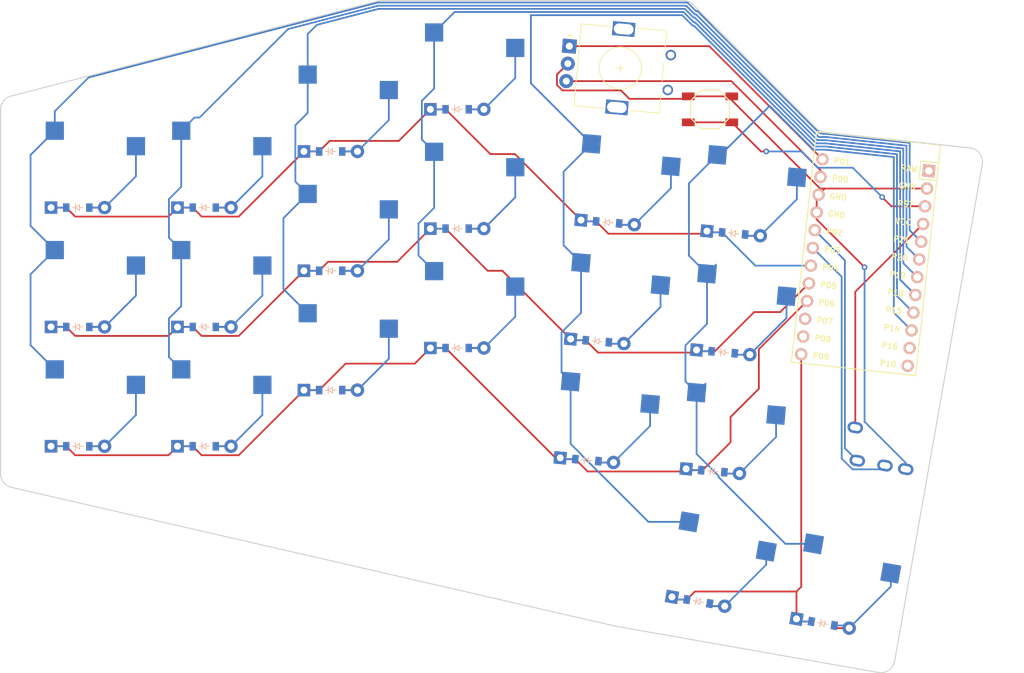
<source format=kicad_pcb>
(kicad_pcb (version 20241229) (generator "pcbnew") (generator_version "9.0")
  (title_block (title "tutorial") (rev "v1.0.0") (company "Unknown"))
  (layers (0 "F.Cu" signal) (2 "B.Cu" signal) (13 "F.Paste" user) (15 "B.Paste" user) (5 "F.SilkS" user "F.Silkscreen") (7 "B.SilkS" user "B.Silkscreen") (1 "F.Mask" user) (3 "B.Mask" user) (25 "Edge.Cuts" user))
  (net 0 "")
  (net 1 "P21")
  (net 2 "outer_bottom")
  (net 3 "outer_home")
  (net 4 "outer_top")
  (net 5 "P20")
  (net 6 "pinky_bottom")
  (net 7 "pinky_home")
  (net 8 "pinky_top")
  (net 9 "P19")
  (net 10 "ring_bottom")
  (net 11 "ring_home")
  (net 12 "ring_top")
  (net 13 "P18")
  (net 14 "middle_bottom")
  (net 15 "middle_home")
  (net 16 "middle_top")
  (net 17 "P15")
  (net 18 "index_bottom")
  (net 19 "index_home")
  (net 20 "index_top")
  (net 21 "P14")
  (net 22 "inner_bottom")
  (net 23 "inner_home")
  (net 24 "inner_top")
  (net 25 "space_main")
  (net 26 "layer_main")
  (net 27 "P6")
  (net 28 "P5")
  (net 29 "P4")
  (net 30 "P9")
  (net 31 "RAW")
  (net 32 "GND")
  (net 33 "RST")
  (net 34 "VCC")
  (net 35 "P16")
  (net 36 "P10")
  (net 37 "P1")
  (net 38 "P0")
  (net 39 "P2")
  (net 40 "P3")
  (net 41 "P7")
  (net 42 "P8")
  (net 43 "empty")
  (net 44 "empty i think")
  (footprint "E73:SW_TACT_ALPS_SKQGABE010" (layer "F.Cu") (at 190 57)
    (property "Reference" "B1" (hide yes))
    (property "Value" "" (hide yes))
  )
  (footprint "ComboDiode" (layer "F.Cu") (at 172.464221 106.980974 -5)
    (property "Reference" "D13" (hide yes))
    (property "Value" "" (hide yes))
  )
  (footprint "ComboDiode" (layer "F.Cu") (at 154 57)
    (property "Reference" "D12" (hide yes))
    (property "Value" "" (hide yes))
  )
  (footprint "ComboDiode" (layer "F.Cu") (at 118 71)
    (property "Reference" "D6" (hide yes))
    (property "Value" "" (hide yes))
  )
  (footprint "ComboDiode" (layer "F.Cu") (at 175.427517 73.110354 -5)
    (property "Reference" "D15" (hide yes))
    (property "Value" "" (hide yes))
  )
  (footprint "ComboDiode" (layer "F.Cu") (at 136 97)
    (property "Reference" "D7" (hide yes))
    (property "Value" "" (hide yes))
  )
  (footprint "PG1350" (layer "F.Cu") (at 100 66)
    (property "Reference" "S3" (hide yes))
    (property "Value" "" (hide yes))
  )
  (footprint "PG1350" (layer "F.Cu") (at 118 100)
    (property "Reference" "S4" (hide yes))
    (property "Value" "" (hide yes))
  )
  (footprint "ComboDiode" (layer "F.Cu") (at 100 71)
    (property "Reference" "D3" (hide yes))
    (property "Value" "" (hide yes))
  )
  (footprint "PG1350" (layer "F.Cu") (at 136 92)
    (property "Reference" "S7" (hide yes))
    (property "Value" "" (hide yes))
  )
  (footprint "ComboDiode" (layer "F.Cu") (at 206.059991 130.24735 -10)
    (property "Reference" "D20" (hide yes))
    (property "Value" "" (hide yes))
  )
  (footprint "PG1350" (layer "F.Cu") (at 154 69)
    (property "Reference" "S11" (hide yes))
    (property "Value" "" (hide yes))
  )
  (footprint "ComboDiode" (layer "F.Cu") (at 118 105)
    (property "Reference" "D4" (hide yes))
    (property "Value" "" (hide yes))
  )
  (footprint "ProMicro" (layer "F.Cu") (at 212.068831 78.825603 -96.2)
    (property "Reference" "MCU1" (hide yes))
    (property "Value" "" (hide yes))
  )
  (footprint "PG1350" (layer "F.Cu") (at 206.928232 125.323311 -10)
    (property "Reference" "S20" (hide yes))
    (property "Value" "" (hide yes))
  )
  (footprint "PG1350" (layer "F.Cu") (at 190.831505 103.568803 -5)
    (property "Reference" "S16" (hide yes))
    (property "Value" "" (hide yes))
  )
  (footprint "ComboDiode" (layer "F.Cu") (at 118 88)
    (property "Reference" "D5" (hide yes))
    (property "Value" "" (hide yes))
  )
  (footprint "ComboDiode" (layer "F.Cu") (at 193.359021 74.679157 -5)
    (property "Reference" "D18" (hide yes))
    (property "Value" "" (hide yes))
  )
  (footprint "PG1350" (layer "F.Cu") (at 192.313152 86.633493 -5)
    (property "Reference" "S17" (hide yes))
    (property "Value" "" (hide yes))
  )
  (footprint "PG1350" (layer "F.Cu") (at 174.381648 85.06469 -5)
    (property "Reference" "S14" (hide yes))
    (property "Value" "" (hide yes))
  )
  (footprint "PG1350" (layer "F.Cu") (at 172.9 102 -5)
    (property "Reference" "S13" (hide yes))
    (property "Value" "" (hide yes))
  )
  (footprint "ComboDiode" (layer "F.Cu") (at 100 88)
    (property "Reference" "D2" (hide yes))
    (property "Value" "" (hide yes))
  )
  (footprint "ComboDiode" (layer "F.Cu") (at 100 105)
    (property "Reference" "D1" (hide yes))
    (property "Value" "" (hide yes))
  )
  (footprint "ComboDiode" (layer "F.Cu") (at 188.333451 127.121683 -10)
    (property "Reference" "D19" (hide yes))
    (property "Value" "" (hide yes))
  )
  (footprint "PG1350" (layer "F.Cu") (at 118 66)
    (property "Reference" "S6" (hide yes))
    (property "Value" "" (hide yes))
  )
  (footprint "PG1350" (layer "F.Cu") (at 189.201692 122.197644 -10)
    (property "Reference" "S19" (hide yes))
    (property "Value" "" (hide yes))
  )
  (footprint "ComboDiode" (layer "F.Cu") (at 173.945869 90.045664 -5)
    (property "Reference" "D14" (hide yes))
    (property "Value" "" (hide yes))
  )
  (footprint "ComboDiode" (layer "F.Cu") (at 136 63)
    (property "Reference" "D9" (hide yes))
    (property "Value" "" (hide yes))
  )
  (footprint "PG1350" (layer "F.Cu") (at 154 52)
    (property "Reference" "S12" (hide yes))
    (property "Value" "" (hide yes))
  )
  (footprint "PG1350" (layer "F.Cu") (at 193.7948 69.698184 -5)
    (property "Reference" "S18" (hide yes))
    (property "Value" "" (hide yes))
  )
  (footprint "PG1350" (layer "F.Cu") (at 175.863295 68.12938 -5)
    (property "Reference" "S15" (hide yes))
    (property "Value" "" (hide yes))
  )
  (footprint "ComboDiode" (layer "F.Cu") (at 136 80)
    (property "Reference" "D8" (hide yes))
    (property "Value" "" (hide yes))
  )
  (footprint "ComboDiode" (layer "F.Cu") (at 190.395726 108.549777 -5)
    (property "Reference" "D16" (hide yes))
    (property "Value" "" (hide yes))
  )
  (footprint "PG1350" (layer "F.Cu") (at 154 86)
    (property "Reference" "S10" (hide yes))
    (property "Value" "" (hide yes))
  )
  (footprint "TRRS-PJ-320A-dual" (layer "F.Cu") (at 221.008338 108.817536 -100)
    (property "Reference" "TRRS1")
    (property "Value" "TRRS-PJ-320A-dual")
  )
  (footprint "PG1350" (layer "F.Cu") (at 100 100)
    (property "Reference" "S1" (hide yes))
    (property "Value" "" (hide yes))
  )
  (footprint "ComboDiode" (layer "F.Cu") (at 154 74)
    (property "Reference" "D11" (hide yes))
    (property "Value" "" (hide yes))
  )
  (footprint "PG1350" (layer "F.Cu") (at 118 83)
    (property "Reference" "S5" (hide yes))
    (property "Value" "" (hide yes))
  )
  (footprint "PG1350" (layer "F.Cu") (at 136 58)
    (property "Reference" "S9" (hide yes))
    (property "Value" "" (hide yes))
  )
  (footprint "PG1350" (layer "F.Cu") (at 136 75)
    (property "Reference" "S8" (hide yes))
    (property "Value" "" (hide yes))
  )
  (footprint "PG1350" (layer "F.Cu") (at 100 83)
    (property "Reference" "S2" (hide yes))
    (property "Value" "" (hide yes))
  )
  (footprint "ComboDiode" (layer "F.Cu") (at 154 91)
    (property "Reference" "D10" (hide yes))
    (property "Value" "" (hide yes))
  )
  (footprint "ComboDiode" (layer "F.Cu") (at 191.877374 91.614467 -5)
    (property "Reference" "D17" (hide yes))
    (property "Value" "" (hide yes))
  )
  (footprint "rotary_encoder" (layer "F.Cu") (at 177.344943 51.19407 -5)
    (property "Reference" "ROT1" (hide yes))
    (property "Value" "")
  )
  (gr_line (start 90.551863 110.856796) (end 176.495344 130.616464) (stroke (width 0.15)) (layer "Edge.Cuts"))
  (gr_line (start 186.17067 41.5) (end 143.255043 41.5) (stroke (width 0.15)) (layer "Edge.Cuts"))
  (gr_line (start 142.753119 41.564006) (end 90.498076 55.11161) (stroke (width 0.15)) (layer "Edge.Cuts"))
  (gr_arc (start 227.008573 62.499122) (mid 228.392975 63.286149) (end 228.763667 64.83488) (stroke (width 0.15)) (layer "Edge.Cuts"))
  (gr_arc (start 186.170671 41.499999) (mid 186.936749 41.652535) (end 187.585973 42.086876) (stroke (width 0.15)) (layer "Edge.Cuts"))
  (gr_line (start 216.285108 135.604307) (end 228.763667 64.83488) (stroke (width 0.15)) (layer "Edge.Cuts"))
  (gr_arc (start 216.285108 135.604307) (mid 215.462645 136.895315) (end 213.968196 137.226627) (stroke (width 0.15)) (layer "Edge.Cuts"))
  (gr_line (start 89 57.047604) (end 89 108.907649) (stroke (width 0.15)) (layer "Edge.Cuts"))
  (gr_arc (start 176.596185 130.636933) (mid 176.545633 130.627347) (end 176.495344 130.616464) (stroke (width 0.15)) (layer "Edge.Cuts"))
  (gr_arc (start 142.753119 41.564006) (mid 143.002049 41.516066) (end 143.255043 41.5) (stroke (width 0.15)) (layer "Edge.Cuts"))
  (gr_arc (start 206.370017 60.27258) (mid 205.720342 60.087772) (end 205.169235 59.697242) (stroke (width 0.15)) (layer "Edge.Cuts"))
  (gr_line (start 205.169235 59.697242) (end 187.585973 42.086876) (stroke (width 0.15)) (layer "Edge.Cuts"))
  (gr_line (start 227.008572 62.499121) (end 206.370017 60.27258) (stroke (width 0.15)) (layer "Edge.Cuts"))
  (gr_line (start 176.596185 130.636933) (end 213.968196 137.226627) (stroke (width 0.15)) (layer "Edge.Cuts"))
  (gr_arc (start 90.551863 110.856796) (mid 89.435348 110.153387) (end 89 108.907649) (stroke (width 0.15)) (layer "Edge.Cuts"))
  (gr_arc (start 89 57.047604) (mid 89.418253 55.823645) (end 90.498076 55.11161) (stroke (width 0.15)) (layer "Edge.Cuts"))
  (segment (start 205.508391 60.27079) (end 205.599656 60.32672) (width 0.25) (layer "B.Cu") (net 1))
  (segment (start 205.340404 60.138354) (end 205.421796 60.207872) (width 0.25) (layer "B.Cu") (net 1))
  (segment (start 218.416461 74.221565) (end 220.055739 75.860843) (width 0.25) (layer "B.Cu") (net 1))
  (segment (start 186.868379 41.868378) (end 188 43) (width 0.25) (layer "B.Cu") (net 1))
  (segment (start 96.725 57.275) (end 101.54468 52.45532) (width 0.25) (layer "B.Cu") (net 1))
  (segment (start 188.213653 43) (end 190.355065 45.144712) (width 0.25) (layer "B.Cu") (net 1))
  (segment (start 205.421796 60.207872) (end 205.508391 60.27079) (width 0.25) (layer "B.Cu") (net 1))
  (segment (start 190.355065 45.144712) (end 190.355065 45.178868) (width 0.25) (layer "B.Cu") (net 1))
  (segment (start 205.302189 60.100881) (end 205.340404 60.138354) (width 0.25) (layer "B.Cu") (net 1))
  (segment (start 93.2731 80.5019) (end 93.2731 90.5981) (width 0.25) (layer "B.Cu") (net 1))
  (segment (start 206.521617 60.491101) (end 218.416461 61.774347) (width 0.25) (layer "B.Cu") (net 1))
  (segment (start 93.2731 73.5981) (end 96.725 77.05) (width 0.25) (layer "B.Cu") (net 1))
  (segment (start 205.599656 60.32672) (end 205.695028 60.375317) (width 0.25) (layer "B.Cu") (net 1))
  (segment (start 101.54468 52.45532) (end 142.714456 41.781675) (width 0.25) (layer "B.Cu") (net 1))
  (segment (start 93.2731 63.5019) (end 93.2731 73.5981) (width 0.25) (layer "B.Cu") (net 1))
  (segment (start 93.2731 90.5981) (end 96.725 94.05) (width 0.25) (layer "B.Cu") (net 1))
  (segment (start 205.999798 60.474353) (end 206.105519 60.491101) (width 0.25) (layer "B.Cu") (net 1))
  (segment (start 206.105519 60.491101) (end 206.521617 60.491101) (width 0.25) (layer "B.Cu") (net 1))
  (segment (start 96.725 60.05) (end 93.2731 63.5019) (width 0.25) (layer "B.Cu") (net 1))
  (segment (start 205.695028 60.375317) (end 205.793918 60.416282) (width 0.25) (layer "B.Cu") (net 1))
  (segment (start 205.895717 60.449362) (end 205.999798 60.474353) (width 0.25) (layer "B.Cu") (net 1))
  (segment (start 204.966706 59.790509) (end 205.302189 60.100881) (width 0.25) (layer "B.Cu") (net 1))
  (segment (start 96.725 60.05) (end 96.725 57.275) (width 0.25) (layer "B.Cu") (net 1))
  (segment (start 96.725 77.05) (end 93.2731 80.5019) (width 0.25) (layer "B.Cu") (net 1))
  (segment (start 190.355065 45.178868) (end 204.966706 59.790509) (width 0.25) (layer "B.Cu") (net 1))
  (segment (start 142.714456 41.781675) (end 186.659058 41.781675) (width 0.25) (layer "B.Cu") (net 1))
  (segment (start 205.793918 60.416282) (end 205.895717 60.449362) (width 0.25) (layer "B.Cu") (net 1))
  (segment (start 188 43) (end 188.213653 43) (width 0.25) (layer "B.Cu") (net 1))
  (segment (start 218.416461 61.774347) (end 218.416461 74.221565) (width 0.25) (layer "B.Cu") (net 1))
  (arc (start 186.659058 41.781675) (mid 186.772341 41.804208) (end 186.868379 41.868378) (width 0.25) (layer "B.Cu") (net 1))
  (segment (start 103.81 105) (end 101.65 105) (width 0.25) (layer "F.Cu") (net 2))
  (segment (start 103.81 105) (end 101.65 105) (width 0.25) (layer "B.Cu") (net 2))
  (segment (start 108.275 100.535) (end 103.81 105) (width 0.25) (layer "B.Cu") (net 2))
  (segment (start 108.275 96.25) (end 108.275 100.535) (width 0.25) (layer "B.Cu") (net 2))
  (segment (start 103.81 88) (end 101.65 88) (width 0.25) (layer "F.Cu") (net 3))
  (segment (start 108.275 83.535) (end 103.81 88) (width 0.25) (layer "B.Cu") (net 3))
  (segment (start 103.81 88) (end 101.65 88) (width 0.25) (layer "B.Cu") (net 3))
  (segment (start 108.275 79.25) (end 108.275 83.535) (width 0.25) (layer "B.Cu") (net 3))
  (segment (start 103.81 71) (end 101.65 71) (width 0.25) (layer "F.Cu") (net 4))
  (segment (start 108.275 66.535) (end 103.81 71) (width 0.25) (layer "B.Cu") (net 4))
  (segment (start 103.81 71) (end 101.65 71) (width 0.25) (layer "B.Cu") (net 4))
  (segment (start 108.275 62.25) (end 108.275 66.535) (width 0.25) (layer "B.Cu") (net 4))
  (segment (start 206.49736 60.942101) (end 217.965461 62.179308) (width 0.25) (layer "B.Cu") (net 5))
  (segment (start 114.725 85.035) (end 112.975 86.785) (width 0.25) (layer "B.Cu") (net 5))
  (segment (start 187.824024 43.461834) (end 188.037455 43.461834) (width 0.25) (layer "B.Cu") (net 5))
  (segment (start 114.725 68.035) (end 112.975 69.785) (width 0.25) (layer "B.Cu") (net 5))
  (segment (start 117.326 58.174) (end 129.940699 45.559301) (width 0.25) (layer "B.Cu") (net 5))
  (segment (start 217.965461 76.570026) (end 219.781421 78.385986) (width 0.25) (layer "B.Cu") (net 5))
  (segment (start 116.601 58.174) (end 117.326 58.174) (width 0.25) (layer "B.Cu") (net 5))
  (segment (start 186.594866 42.232675) (end 187.824024 43.461834) (width 0.25) (layer "B.Cu") (net 5))
  (segment (start 114.725 60.05) (end 114.725 68.035) (width 0.25) (layer "B.Cu") (net 5))
  (segment (start 112.975 92.3) (end 114.725 94.05) (width 0.25) (layer "B.Cu") (net 5))
  (segment (start 114.725 77.05) (end 114.725 85.035) (width 0.25) (layer "B.Cu") (net 5))
  (segment (start 129.940699 45.559301) (end 142.771971 42.232675) (width 0.25) (layer "B.Cu") (net 5))
  (segment (start 112.975 69.785) (end 112.975 75.3) (width 0.25) (layer "B.Cu") (net 5))
  (segment (start 114.725 60.05) (end 116.601 58.174) (width 0.25) (layer "B.Cu") (net 5))
  (segment (start 217.965461 62.179308) (end 217.965461 76.570026) (width 0.25) (layer "B.Cu") (net 5))
  (segment (start 142.771971 42.232675) (end 186.594866 42.232675) (width 0.25) (layer "B.Cu") (net 5))
  (segment (start 188.037455 43.461834) (end 188.037455 43.508851) (width 0.25) (layer "B.Cu") (net 5))
  (segment (start 205.470705 60.942101) (end 206.49736 60.942101) (width 0.25) (layer "B.Cu") (net 5))
  (segment (start 112.975 75.3) (end 114.725 77.05) (width 0.25) (layer "B.Cu") (net 5))
  (segment (start 188.037455 43.508851) (end 205.470705 60.942101) (width 0.25) (layer "B.Cu") (net 5))
  (segment (start 112.975 86.785) (end 112.975 92.3) (width 0.25) (layer "B.Cu") (net 5))
  (segment (start 121.81 105) (end 119.65 105) (width 0.25) (layer "F.Cu") (net 6))
  (segment (start 121.81 105) (end 119.65 105) (width 0.25) (layer "B.Cu") (net 6))
  (segment (start 126.275 96.25) (end 126.275 100.535) (width 0.25) (layer "B.Cu") (net 6))
  (segment (start 126.275 100.535) (end 121.81 105) (width 0.25) (layer "B.Cu") (net 6))
  (segment (start 121.81 88) (end 119.65 88) (width 0.25) (layer "F.Cu") (net 7))
  (segment (start 126.275 79.25) (end 126.275 83.535) (width 0.25) (layer "B.Cu") (net 7))
  (segment (start 126.275 83.535) (end 121.81 88) (width 0.25) (layer "B.Cu") (net 7))
  (segment (start 121.81 88) (end 119.65 88) (width 0.25) (layer "B.Cu") (net 7))
  (segment (start 121.81 71) (end 119.65 71) (width 0.25) (layer "F.Cu") (net 8))
  (segment (start 121.81 71) (end 119.65 71) (width 0.25) (layer "B.Cu") (net 8))
  (segment (start 126.275 62.25) (end 126.275 66.535) (width 0.25) (layer "B.Cu") (net 8))
  (segment (start 126.275 66.535) (end 121.81 71) (width 0.25) (layer "B.Cu") (net 8))
  (segment (start 217.514461 78.918489) (end 219.507102 80.91113) (width 0.25) (layer "B.Cu") (net 9))
  (segment (start 130.975 59.260099) (end 130.975 67.3) (width 0.25) (layer "B.Cu") (net 9))
  (segment (start 187.637214 43.912834) (end 187.803628 43.912834) (width 0.25) (layer "B.Cu") (net 9))
  (segment (start 134.036719 44.963281) (end 142.829486 42.683675) (width 0.25) (layer "B.Cu") (net 9))
  (segment (start 205.283895 61.393101) (end 206.473103 61.393101) (width 0.25) (layer "B.Cu") (net 9))
  (segment (start 132.725 52.05) (end 132.725 46.275) (width 0.25) (layer "B.Cu") (net 9))
  (segment (start 132.725 46.275) (end 134.036719 44.963281) (width 0.25) (layer "B.Cu") (net 9))
  (segment (start 187.803628 43.912834) (end 205.283895 61.393101) (width 0.25) (layer "B.Cu") (net 9))
  (segment (start 142.829486 42.683675) (end 186.408056 42.683675) (width 0.25) (layer "B.Cu") (net 9))
  (segment (start 217.514461 62.58427) (end 217.514461 78.918489) (width 0.25) (layer "B.Cu") (net 9))
  (segment (start 132.725 57.510099) (end 130.975 59.260099) (width 0.25) (layer "B.Cu") (net 9))
  (segment (start 130.975 67.3) (end 132.725 69.05) (width 0.25) (layer "B.Cu") (net 9))
  (segment (start 186.408056 42.683675) (end 187.637214 43.912834) (width 0.25) (layer "B.Cu") (net 9))
  (segment (start 129.2731 82.5981) (end 132.725 86.05) (width 0.25) (layer "B.Cu") (net 9))
  (segment (start 206.473103 61.393101) (end 217.514461 62.58427) (width 0.25) (layer "B.Cu") (net 9))
  (segment (start 132.725 69.05) (end 129.2731 72.5019) (width 0.25) (layer "B.Cu") (net 9))
  (segment (start 132.725 52.05) (end 132.725 57.510099) (width 0.25) (layer "B.Cu") (net 9))
  (segment (start 129.2731 72.5019) (end 129.2731 82.5981) (width 0.25) (layer "B.Cu") (net 9))
  (segment (start 139.81 97) (end 137.65 97) (width 0.25) (layer "F.Cu") (net 10))
  (segment (start 144.275 92.535) (end 139.81 97) (width 0.25) (layer "B.Cu") (net 10))
  (segment (start 144.275 88.25) (end 144.275 92.535) (width 0.25) (layer "B.Cu") (net 10))
  (segment (start 139.81 97) (end 137.65 97) (width 0.25) (layer "B.Cu") (net 10))
  (segment (start 139.81 80) (end 137.65 80) (width 0.25) (layer "F.Cu") (net 11))
  (segment (start 144.275 75.535) (end 139.81 80) (width 0.25) (layer "B.Cu") (net 11))
  (segment (start 144.275 71.25) (end 144.275 75.535) (width 0.25) (layer "B.Cu") (net 11))
  (segment (start 139.81 80) (end 137.65 80) (width 0.25) (layer "B.Cu") (net 11))
  (segment (start 139.81 63) (end 137.65 63) (width 0.25) (layer "F.Cu") (net 12))
  (segment (start 144.275 54.25) (end 144.275 58.535) (width 0.25) (layer "B.Cu") (net 12))
  (segment (start 139.81 63) (end 137.65 63) (width 0.25) (layer "B.Cu") (net 12))
  (segment (start 144.275 58.535) (end 139.81 63) (width 0.25) (layer "B.Cu") (net 12))
  (segment (start 217.063461 62.989232) (end 217.063461 81.26695) (width 0.25) (layer "B.Cu") (net 13))
  (segment (start 187.710078 44.623508) (end 187.876492 44.623508) (width 0.25) (layer "B.Cu") (net 13))
  (segment (start 148.5 77.825) (end 150.725 80.05) (width 0.25) (layer "B.Cu") (net 13))
  (segment (start 206.448846 61.844101) (end 217.063461 62.989232) (width 0.25) (layer "B.Cu") (net 13))
  (segment (start 153.640325 43.134675) (end 186.221246 43.134675) (width 0.25) (layer "B.Cu") (net 13))
  (segment (start 150.725 46.05) (end 150.725 54.035) (width 0.25) (layer "B.Cu") (net 13))
  (segment (start 148.5 73.26) (end 148.5 77.825) (width 0.25) (layer "B.Cu") (net 13))
  (segment (start 187.876492 44.623508) (end 205.097085 61.844101) (width 0.25) (layer "B.Cu") (net 13))
  (segment (start 150.725 54.035) (end 148.975 55.785) (width 0.25) (layer "B.Cu") (net 13))
  (segment (start 150.725 46.05) (end 153.640325 43.134675) (width 0.25) (layer "B.Cu") (net 13))
  (segment (start 148.975 55.785) (end 148.975 61.3) (width 0.25) (layer "B.Cu") (net 13))
  (segment (start 150.725 71.035) (end 148.5 73.26) (width 0.25) (layer "B.Cu") (net 13))
  (segment (start 217.063461 81.26695) (end 219.232784 83.436273) (width 0.25) (layer "B.Cu") (net 13))
  (segment (start 205.097085 61.844101) (end 206.448846 61.844101) (width 0.25) (layer "B.Cu") (net 13))
  (segment (start 186.221246 43.134675) (end 187.710078 44.623508) (width 0.25) (layer "B.Cu") (net 13))
  (segment (start 150.725 63.05) (end 150.725 71.035) (width 0.25) (layer "B.Cu") (net 13))
  (segment (start 148.975 61.3) (end 150.725 63.05) (width 0.25) (layer "B.Cu") (net 13))
  (segment (start 157.81 91) (end 155.65 91) (width 0.25) (layer "F.Cu") (net 14))
  (segment (start 162.275 86.535) (end 157.81 91) (width 0.25) (layer "B.Cu") (net 14))
  (segment (start 162.275 82.25) (end 162.275 86.535) (width 0.25) (layer "B.Cu") (net 14))
  (segment (start 157.81 91) (end 155.65 91) (width 0.25) (layer "B.Cu") (net 14))
  (segment (start 157.81 74) (end 155.65 74) (width 0.25) (layer "F.Cu") (net 15))
  (segment (start 157.81 74) (end 155.65 74) (width 0.25) (layer "B.Cu") (net 15))
  (segment (start 162.275 65.25) (end 162.275 69.535) (width 0.25) (layer "B.Cu") (net 15))
  (segment (start 162.275 69.535) (end 157.81 74) (width 0.25) (layer "B.Cu") (net 15))
  (segment (start 157.81 57) (end 155.65 57) (width 0.25) (layer "F.Cu") (net 16))
  (segment (start 157.81 57) (end 155.65 57) (width 0.25) (layer "B.Cu") (net 16))
  (segment (start 162.275 48.25) (end 162.275 52.535) (width 0.25) (layer "B.Cu") (net 16))
  (segment (start 162.275 52.535) (end 157.81 57) (width 0.25) (layer "B.Cu") (net 16))
  (segment (start 216.612461 63.394194) (end 216.612461 83.615413) (width 0.25) (layer "B.Cu") (net 17))
  (segment (start 204.910275 62.295101) (end 206.424589 62.295101) (width 0.25) (layer "B.Cu") (net 17))
  (segment (start 170.156039 95.787206) (end 170.156039 104.652594) (width 0.25) (layer "B.Cu") (net 17))
  (segment (start 171.637687 78.851896) (end 171.637687 85.994013) (width 0.25) (layer "B.Cu") (net 17))
  (segment (start 171.647081 106.184032) (end 181.232389 115.76934) (width 0.25) (layer "B.Cu") (net 17))
  (segment (start 169.157324 76.371533) (end 171.637687 78.851896) (width 0.25) (layer "B.Cu") (net 17))
  (segment (start 171.637687 85.994013) (end 168.861268 88.770432) (width 0.25) (layer "B.Cu") (net 17))
  (segment (start 216.612461 83.615413) (end 218.958465 85.961417) (width 0.25) (layer "B.Cu") (net 17))
  (segment (start 187.689682 45.074508) (end 204.910275 62.295101) (width 0.25) (layer "B.Cu") (net 17))
  (segment (start 168.861268 88.770432) (end 168.861268 94.492435) (width 0.25) (layer "B.Cu") (net 17))
  (segment (start 171.647081 106.143636) (end 171.647081 106.184032) (width 0.25) (layer "B.Cu") (net 17))
  (segment (start 173.119334 61.916586) (end 169.157324 65.878596) (width 0.25) (layer "B.Cu") (net 17))
  (segment (start 164.5 43.585675) (end 186.034436 43.585675) (width 0.25) (layer "B.Cu") (net 17))
  (segment (start 168.861268 94.492435) (end 170.156039 95.787206) (width 0.25) (layer "B.Cu") (net 17))
  (segment (start 164.5 53.297252) (end 164.5 43.585675) (width 0.25) (layer "B.Cu") (net 17))
  (segment (start 206.424589 62.295101) (end 216.612461 63.394194) (width 0.25) (layer "B.Cu") (net 17))
  (segment (start 187.523268 45.074508) (end 187.689682 45.074508) (width 0.25) (layer "B.Cu") (net 17))
  (segment (start 169.157324 65.878596) (end 169.157324 76.371533) (width 0.25) (layer "B.Cu") (net 17))
  (segment (start 170.156039 104.652594) (end 171.647081 106.143636) (width 0.25) (layer "B.Cu") (net 17))
  (segment (start 181.232389 115.76934) (end 187.009653 115.76934) (width 0.25) (layer "B.Cu") (net 17))
  (segment (start 186.034436 43.585675) (end 187.523268 45.074508) (width 0.25) (layer "B.Cu") (net 17))
  (segment (start 173.119334 61.916586) (end 164.5 53.297252) (width 0.25) (layer "B.Cu") (net 17))
  (segment (start 176.259723 107.313037) (end 174.296198 107.313037) (width 0.25) (layer "F.Cu") (net 18))
  (segment (start 174.296198 107.313037) (end 174.107942 107.124781) (width 0.25) (layer "F.Cu") (net 18))
  (segment (start 174.296198 107.313037) (end 174.107942 107.124781) (width 0.25) (layer "B.Cu") (net 18))
  (segment (start 181.470345 98.985484) (end 181.470345 102.102415) (width 0.25) (layer "B.Cu") (net 18))
  (segment (start 181.470345 102.102415) (end 176.259723 107.313037) (width 0.25) (layer "B.Cu") (net 18))
  (segment (start 176.259723 107.313037) (end 174.296198 107.313037) (width 0.25) (layer "B.Cu") (net 18))
  (segment (start 175.777846 90.377727) (end 175.58959 90.189471) (width 0.25) (layer "F.Cu") (net 19))
  (segment (start 177.741371 90.377727) (end 175.777846 90.377727) (width 0.25) (layer "F.Cu") (net 19))
  (segment (start 177.741371 90.377727) (end 175.777846 90.377727) (width 0.25) (layer "B.Cu") (net 19))
  (segment (start 175.777846 90.377727) (end 175.58959 90.189471) (width 0.25) (layer "B.Cu") (net 19))
  (segment (start 182.951993 82.050174) (end 182.951993 85.167105) (width 0.25) (layer "B.Cu") (net 19))
  (segment (start 182.951993 85.167105) (end 177.741371 90.377727) (width 0.25) (layer "B.Cu") (net 19))
  (segment (start 177.259494 73.442417) (end 177.071238 73.254161) (width 0.25) (layer "F.Cu") (net 20))
  (segment (start 179.223019 73.442417) (end 177.259494 73.442417) (width 0.25) (layer "F.Cu") (net 20))
  (segment (start 184.43364 65.114864) (end 184.43364 68.231796) (width 0.25) (layer "B.Cu") (net 20))
  (segment (start 184.43364 68.231796) (end 179.223019 73.442417) (width 0.25) (layer "B.Cu") (net 20))
  (segment (start 179.223019 73.442417) (end 177.259494 73.442417) (width 0.25) (layer "B.Cu") (net 20))
  (segment (start 177.259494 73.442417) (end 177.071238 73.254161) (width 0.25) (layer "B.Cu") (net 20))
  (segment (start 191.050839 63.48539) (end 187 67.536229) (width 0.25) (layer "B.Cu") (net 21))
  (segment (start 206.400332 62.746101) (end 216.161461 63.799155) (width 0.25) (layer "B.Cu") (net 21))
  (segment (start 189.569191 87.562817) (end 186.5 90.632008) (width 0.25) (layer "B.Cu") (net 21))
  (segment (start 188.087544 97.356009) (end 188.087544 106.087544) (width 0.25) (layer "B.Cu") (net 21))
  (segment (start 191.212866 109.212866) (end 191.212866 109.387115) (width 0.25) (layer "B.Cu") (net 21))
  (segment (start 191.050839 63.48539) (end 191.51461 63.48539) (width 0.25) (layer "B.Cu") (net 21))
  (segment (start 190.852618 79.137272) (end 189.569191 80.420699) (width 0.25) (layer "B.Cu") (net 21))
  (segment (start 189.569191 80.420699) (end 189.370971 80.618919) (width 0.25) (layer "B.Cu") (net 21))
  (segment (start 189.370971 96.072582) (end 188.087544 97.356009) (width 0.25) (layer "B.Cu") (net 21))
  (segment (start 204.723465 62.746101) (end 206.400332 62.746101) (width 0.25) (layer "B.Cu") (net 21))
  (segment (start 187 67.536229) (end 187 77.851508) (width 0.25) (layer "B.Cu") (net 21))
  (segment (start 191.212866 109.387115) (end 200.720758 118.895007) (width 0.25) (layer "B.Cu") (net 21))
  (segment (start 187 77.851508) (end 189.569191 80.420699) (width 0.25) (layer "B.Cu") (net 21))
  (segment (start 216.161461 85.963874) (end 218.684147 88.48656) (width 0.25) (layer "B.Cu") (net 21))
  (segment (start 200.720758 118.895007) (end 204.736193 118.895007) (width 0.25) (layer "B.Cu") (net 21))
  (segment (start 198.488682 56.511318) (end 204.723465 62.746101) (width 0.25) (layer "B.Cu") (net 21))
  (segment (start 188.087544 106.087544) (end 191.212866 109.212866) (width 0.25) (layer "B.Cu") (net 21))
  (segment (start 186.5 90.632008) (end 186.5 95.768465) (width 0.25) (layer "B.Cu") (net 21))
  (segment (start 191.51461 63.48539) (end 198.488682 56.511318) (width 0.25) (layer "B.Cu") (net 21))
  (segment (start 189.569191 80.420699) (end 189.569191 87.562817) (width 0.25) (layer "B.Cu") (net 21))
  (segment (start 186.5 95.768465) (end 188.087544 97.356009) (width 0.25) (layer "B.Cu") (net 21))
  (segment (start 216.161461 63.799155) (end 216.161461 85.963874) (width 0.25) (layer "B.Cu") (net 21))
  (segment (start 194.191228 108.88184) (end 192.227703 108.88184) (width 0.25) (layer "F.Cu") (net 22))
  (segment (start 192.227703 108.88184) (end 192.039447 108.693584) (width 0.25) (layer "F.Cu") (net 22))
  (segment (start 199.40185 100.554287) (end 199.40185 103.671218) (width 0.25) (layer "B.Cu") (net 22))
  (segment (start 199.40185 103.671218) (end 194.191228 108.88184) (width 0.25) (layer "B.Cu") (net 22))
  (segment (start 194.191228 108.88184) (end 192.227703 108.88184) (width 0.25) (layer "B.Cu") (net 22))
  (segment (start 192.227703 108.88184) (end 192.039447 108.693584) (width 0.25) (layer "B.Cu") (net 22))
  (segment (start 195.672876 91.94653) (end 193.709351 91.94653) (width 0.25) (layer "F.Cu") (net 23))
  (segment (start 193.709351 91.94653) (end 193.521095 91.758274) (width 0.25) (layer "F.Cu") (net 23))
  (segment (start 200.883497 83.618977) (end 200.883497 86.735909) (width 0.25) (layer "B.Cu") (net 23))
  (segment (start 193.709351 91.94653) (end 193.521095 91.758274) (width 0.25) (layer "B.Cu") (net 23))
  (segment (start 195.672876 91.94653) (end 193.709351 91.94653) (width 0.25) (layer "B.Cu") (net 23))
  (segment (start 200.883497 86.735909) (end 195.672876 91.94653) (width 0.25) (layer "B.Cu") (net 23))
  (segment (start 195.190998 75.01122) (end 195.002742 74.822964) (width 0.25) (layer "F.Cu") (net 24))
  (segment (start 197.154523 75.01122) (end 195.190998 75.01122) (width 0.25) (layer "F.Cu") (net 24))
  (segment (start 202.365145 69.800598) (end 197.154523 75.01122) (width 0.25) (layer "B.Cu") (net 24))
  (segment (start 197.154523 75.01122) (end 195.190998 75.01122) (width 0.25) (layer "B.Cu") (net 24))
  (segment (start 195.190998 75.01122) (end 195.002742 74.822964) (width 0.25) (layer "B.Cu") (net 24))
  (segment (start 202.365145 66.683668) (end 202.365145 69.800598) (width 0.25) (layer "B.Cu") (net 24))
  (segment (start 190.333465 127.783283) (end 189.958384 127.408202) (width 0.25) (layer "F.Cu") (net 25))
  (segment (start 192.085569 127.783283) (end 190.333465 127.783283) (width 0.25) (layer "F.Cu") (net 25))
  (segment (start 198.002157 119.941554) (end 198.002157 121.866695) (width 0.25) (layer "B.Cu") (net 25))
  (segment (start 198.002157 121.866695) (end 192.085569 127.783283) (width 0.25) (layer "B.Cu") (net 25))
  (segment (start 192.085569 127.783283) (end 190.333465 127.783283) (width 0.25) (layer "B.Cu") (net 25))
  (segment (start 190.333465 127.783283) (end 189.958384 127.408202) (width 0.25) (layer "B.Cu") (net 25))
  (segment (start 208.060005 130.90895) (end 207.684924 130.533869) (width 0.25) (layer "F.Cu") (net 26))
  (segment (start 209.812109 130.90895) (end 208.060005 130.90895) (width 0.25) (layer "F.Cu") (net 26))
  (segment (start 209.437028 130.533869) (end 209.812109 130.90895) (width 0.25) (layer "B.Cu") (net 26))
  (segment (start 215.728697 123.067221) (end 215.728697 124.992362) (width 0.25) (layer "B.Cu") (net 26))
  (segment (start 215.728697 124.992362) (end 209.812109 130.90895) (width 0.25) (layer "B.Cu") (net 26))
  (segment (start 207.684924 130.533869) (end 209.437028 130.533869) (width 0.25) (layer "B.Cu") (net 26))
  (segment (start 99.6285 106.2785) (end 112.9115 106.2785) (width 0.25) (layer "F.Cu") (net 27))
  (segment (start 170.8205 106.837167) (end 168.856975 106.837167) (width 0.25) (layer "F.Cu") (net 27))
  (segment (start 112.9115 106.2785) (end 114.19 105) (width 0.25) (layer "F.Cu") (net 27))
  (segment (start 192.922005 104.434716) (end 188.950751 108.40597) (width 0.25) (layer "F.Cu") (net 27))
  (segment (start 196.951376 91.171736) (end 196.951376 96.803724) (width 0.25) (layer "F.Cu") (net 27))
  (segment (start 172.57487 108.591537) (end 170.8205 106.837167) (width 0.25) (layer "F.Cu") (net 27))
  (segment (start 138.1231 93.2269) (end 147.9631 93.2269) (width 0.25) (layer "F.Cu") (net 27))
  (segment (start 186.600224 108.217714) (end 186.226401 108.591537) (width 0.25) (layer "F.Cu") (net 27))
  (segment (start 98.35 105) (end 99.6285 106.2785) (width 0.25) (layer "F.Cu") (net 27))
  (segment (start 203.807605 84.315507) (end 196.951376 91.171736) (width 0.25) (layer "F.Cu") (net 27))
  (segment (start 114.19 105) (end 116.35 105) (width 0.25) (layer "F.Cu") (net 27))
  (segment (start 122.9115 106.2785) (end 132.19 97) (width 0.25) (layer "F.Cu") (net 27))
  (segment (start 152.35 91) (end 150.19 91) (width 0.25) (layer "F.Cu") (net 27))
  (segment (start 98.35 105) (end 96.19 105) (width 0.25) (layer "F.Cu") (net 27))
  (segment (start 186.226401 108.591537) (end 172.57487 108.591537) (width 0.25) (layer "F.Cu") (net 27))
  (segment (start 132.19 97) (end 134.35 97) (width 0.25) (layer "F.Cu") (net 27))
  (segment (start 147.9631 93.2269) (end 150.19 91) (width 0.25) (layer "F.Cu") (net 27))
  (segment (start 134.35 97) (end 138.1231 93.2269) (width 0.25) (layer "F.Cu") (net 27))
  (segment (start 186.78848 108.40597) (end 186.600224 108.217714) (width 0.25) (layer "F.Cu") (net 27))
  (segment (start 116.35 105) (end 117.6285 106.2785) (width 0.25) (layer "F.Cu") (net 27))
  (segment (start 196.951376 96.803724) (end 192.922005 100.833095) (width 0.25) (layer "F.Cu") (net 27))
  (segment (start 188.950751 108.40597) (end 188.752005 108.40597) (width 0.25) (layer "F.Cu") (net 27))
  (segment (start 117.6285 106.2785) (end 122.9115 106.2785) (width 0.25) (layer "F.Cu") (net 27))
  (segment (start 192.922005 100.833095) (end 192.922005 104.434716) (width 0.25) (layer "F.Cu") (net 27))
  (segment (start 188.752005 108.40597) (end 186.78848 108.40597) (width 0.25) (layer "F.Cu") (net 27))
  (segment (start 168.856975 106.837167) (end 168.668719 106.648911) (width 0.25) (layer "F.Cu") (net 27))
  (segment (start 167.998911 106.648911) (end 152.35 91) (width 0.25) (layer "F.Cu") (net 27))
  (segment (start 168.668719 106.648911) (end 167.998911 106.648911) (width 0.25) (layer "F.Cu") (net 27))
  (segment (start 186.78848 108.40597) (end 186.600224 108.217714) (width 0.25) (layer "B.Cu") (net 27))
  (segment (start 134.35 97) (end 132.19 97) (width 0.25) (layer "B.Cu") (net 27))
  (segment (start 170.8205 106.837167) (end 168.856975 106.837167) (width 0.25) (layer "B.Cu") (net 27))
  (segment (start 152.35 91) (end 150.19 91) (width 0.25) (layer "B.Cu") (net 27))
  (segment (start 98.35 105) (end 96.19 105) (width 0.25) (layer "B.Cu") (net 27))
  (segment (start 168.856975 106.837167) (end 168.668719 106.648911) (width 0.25) (layer "B.Cu") (net 27))
  (segment (start 188.752005 108.40597) (end 186.78848 108.40597) (width 0.25) (layer "B.Cu") (net 27))
  (segment (start 116.35 105) (end 114.19 105) (width 0.25) (layer "B.Cu") (net 27))
  (segment (start 204.081923 81.790363) (end 199.986336 85.88595) (width 0.25) (layer "F.Cu") (net 28))
  (segment (start 117.6285 89.2785) (end 122.9115 89.2785) (width 0.25) (layer "F.Cu") (net 28))
  (segment (start 135.6285 78.7215) (end 145.4685 78.7215) (width 0.25) (layer "F.Cu") (net 28))
  (segment (start 112.9115 89.2785) (end 114.19 88) (width 0.25) (layer "F.Cu") (net 28))
  (segment (start 170.150367 89.713601) (end 160.436766 80) (width 0.25) (layer "F.Cu") (net 28))
  (segment (start 170.338623 89.901857) (end 170.150367 89.713601) (width 0.25) (layer "F.Cu") (net 28))
  (segment (start 188.270128 91.47066) (end 188.081872 91.282404) (width 0.25) (layer "F.Cu") (net 28))
  (segment (start 172.302148 89.901857) (end 170.338623 89.901857) (width 0.25) (layer "F.Cu") (net 28))
  (segment (start 199.986336 85.88595) (end 196.270082 85.88595) (width 0.25) (layer "F.Cu") (net 28))
  (segment (start 152.35 74) (end 150.19 74) (width 0.25) (layer "F.Cu") (net 28))
  (segment (start 160.436766 80) (end 158.35 80) (width 0.25) (layer "F.Cu") (net 28))
  (segment (start 190.233653 91.47066) (end 188.270128 91.47066) (width 0.25) (layer "F.Cu") (net 28))
  (segment (start 174.056518 91.656227) (end 172.302148 89.901857) (width 0.25) (layer "F.Cu") (net 28))
  (segment (start 132.19 80) (end 134.35 80) (width 0.25) (layer "F.Cu") (net 28))
  (segment (start 134.35 80) (end 135.6285 78.7215) (width 0.25) (layer "F.Cu") (net 28))
  (segment (start 122.9115 89.2785) (end 132.19 80) (width 0.25) (layer "F.Cu") (net 28))
  (segment (start 190.685372 91.47066) (end 190.233653 91.47066) (width 0.25) (layer "F.Cu") (net 28))
  (segment (start 98.35 88) (end 96.19 88) (width 0.25) (layer "F.Cu") (net 28))
  (segment (start 188.081872 91.282404) (end 187.708049 91.656227) (width 0.25) (layer "F.Cu") (net 28))
  (segment (start 116.35 88) (end 114.19 88) (width 0.25) (layer "F.Cu") (net 28))
  (segment (start 145.4685 78.7215) (end 150.19 74) (width 0.25) (layer "F.Cu") (net 28))
  (segment (start 196.270082 85.88595) (end 190.685372 91.47066) (width 0.25) (layer "F.Cu") (net 28))
  (segment (start 187.708049 91.656227) (end 174.056518 91.656227) (width 0.25) (layer "F.Cu") (net 28))
  (segment (start 158.35 80) (end 152.35 74) (width 0.25) (layer "F.Cu") (net 28))
  (segment (start 116.35 88) (end 117.6285 89.2785) (width 0.25) (layer "F.Cu") (net 28))
  (segment (start 98.35 88) (end 99.6285 89.2785) (width 0.25) (layer "F.Cu") (net 28))
  (segment (start 99.6285 89.2785) (end 112.9115 89.2785) (width 0.25) (layer "F.Cu") (net 28))
  (segment (start 152.35 74) (end 150.19 74) (width 0.25) (layer "B.Cu") (net 28))
  (segment (start 98.35 88) (end 96.19 88) (width 0.25) (layer "B.Cu") (net 28))
  (segment (start 172.302148 89.901857) (end 170.338623 89.901857) (width 0.25) (layer "B.Cu") (net 28))
  (segment (start 190.045397 91.282404) (end 189.821971 91.282404) (width 0.25) (layer "B.Cu") (net 28))
  (segment (start 190.233653 91.47066) (end 188.270128 91.47066) (width 0.25) (layer "B.Cu") (net 28))
  (segment (start 170.338623 89.901857) (end 170.150367 89.713601) (width 0.25) (layer "B.Cu") (net 28))
  (segment (start 134.35 80) (end 132.19 80) (width 0.25) (layer "B.Cu") (net 28))
  (segment (start 190.233653 91.47066) (end 190.045397 91.282404) (width 0.25) (layer "B.Cu") (net 28))
  (segment (start 188.270128 91.47066) (end 188.081872 91.282404) (width 0.25) (layer "B.Cu") (net 28))
  (segment (start 116.35 88) (end 114.19 88) (width 0.25) (layer "B.Cu") (net 28))
  (segment (start 116.35 71) (end 117.6285 72.2785) (width 0.25) (layer "F.Cu") (net 29))
  (segment (start 145.69 61.5) (end 150.19 57) (width 0.25) (layer "F.Cu") (net 29))
  (segment (start 135.85 61.5) (end 145.69 61.5) (width 0.25) (layer "F.Cu") (net 29))
  (segment (start 99.6285 72.2785) (end 98.35 71) (width 0.25) (layer "F.Cu") (net 29))
  (segment (start 132.19 63) (end 134.35 63) (width 0.25) (layer "F.Cu") (net 29))
  (segment (start 112.9115 72.2785) (end 99.6285 72.2785) (width 0.25) (layer "F.Cu") (net 29))
  (segment (start 189.563519 74.347094) (end 189.189696 74.720917) (width 0.25) (layer "F.Cu") (net 29))
  (segment (start 171.820271 72.966547) (end 171.632015 72.778291) (width 0.25) (layer "F.Cu") (net 29))
  (segment (start 189.189696 74.720917) (end 175.538166 74.720917) (width 0.25) (layer "F.Cu") (net 29))
  (segment (start 171.632015 72.778291) (end 162.227724 63.374) (width 0.25) (layer "F.Cu") (net 29))
  (segment (start 189.751775 74.53535) (end 189.563519 74.347094) (width 0.25) (layer "F.Cu") (net 29))
  (segment (start 134.35 63) (end 135.85 61.5) (width 0.25) (layer "F.Cu") (net 29))
  (segment (start 122.9115 72.2785) (end 132.19 63) (width 0.25) (layer "F.Cu") (net 29))
  (segment (start 116.35 71) (end 114.19 71) (width 0.25) (layer "F.Cu") (net 29))
  (segment (start 98.35 71) (end 96.19 71) (width 0.25) (layer "F.Cu") (net 29))
  (segment (start 114.19 71) (end 112.9115 72.2785) (width 0.25) (layer "F.Cu") (net 29))
  (segment (start 162.227724 63.374) (end 158.724 63.374) (width 0.25) (layer "F.Cu") (net 29))
  (segment (start 152.35 57) (end 150.19 57) (width 0.25) (layer "F.Cu") (net 29))
  (segment (start 173.783796 72.966547) (end 171.820271 72.966547) (width 0.25) (layer "F.Cu") (net 29))
  (segment (start 158.724 63.374) (end 152.35 57) (width 0.25) (layer "F.Cu") (net 29))
  (segment (start 175.538166 74.720917) (end 173.783796 72.966547) (width 0.25) (layer "F.Cu") (net 29))
  (segment (start 117.6285 72.2785) (end 122.9115 72.2785) (width 0.25) (layer "F.Cu") (net 29))
  (segment (start 191.7153 74.53535) (end 189.751775 74.53535) (width 0.25) (layer "F.Cu") (net 29))
  (segment (start 173.783796 72.966547) (end 171.820271 72.966547) (width 0.25) (layer "B.Cu") (net 29))
  (segment (start 98.35 71) (end 96.19 71) (width 0.25) (layer "B.Cu") (net 29))
  (segment (start 204.356241 79.26522) (end 196.44517 79.26522) (width 0.25) (layer "B.Cu") (net 29))
  (segment (start 116.35 71) (end 114.19 71) (width 0.25) (layer "B.Cu") (net 29))
  (segment (start 134.35 63) (end 132.19 63) (width 0.25) (layer "B.Cu") (net 29))
  (segment (start 191.7153 74.53535) (end 189.751775 74.53535) (width 0.25) (layer "B.Cu") (net 29))
  (segment (start 196.44517 79.26522) (end 191.7153 74.53535) (width 0.25) (layer "B.Cu") (net 29))
  (segment (start 171.820271 72.966547) (end 171.632015 72.778291) (width 0.25) (layer "B.Cu") (net 29))
  (segment (start 152.35 57) (end 150.19 57) (width 0.25) (layer "B.Cu") (net 29))
  (segment (start 189.751775 74.53535) (end 189.563519 74.347094) (width 0.25) (layer "B.Cu") (net 29))
  (segment (start 202.98465 125.01535) (end 202.307873 125.692127) (width 0.25) (layer "F.Cu") (net 30))
  (segment (start 202.307873 125.692127) (end 187.851555 125.692127) (width 0.25) (layer "F.Cu") (net 30))
  (segment (start 186.708518 126.835164) (end 184.956414 126.835164) (width 0.25) (layer "F.Cu") (net 30))
  (segment (start 204.435058 129.960831) (end 202.682954 129.960831) (width 0.25) (layer "F.Cu") (net 30))
  (segment (start 187.851555 125.692127) (end 186.708518 126.835164) (width 0.25) (layer "F.Cu") (net 30))
  (segment (start 184.956414 126.835164) (end 184.581333 126.460083) (width 0.25) (layer "F.Cu") (net 30))
  (segment (start 202.682954 129.960831) (end 202.307873 129.58575) (width 0.25) (layer "F.Cu") (net 30))
  (segment (start 202.98465 91.890937) (end 202.98465 125.01535) (width 0.25) (layer "F.Cu") (net 30))
  (segment (start 202.307873 125.692127) (end 202.307873 129.58575) (width 0.25) (layer "F.Cu") (net 30))
  (segment (start 204.435058 129.960831) (end 202.682954 129.960831) (width 0.25) (layer "B.Cu") (net 30))
  (segment (start 186.708518 126.835164) (end 184.956414 126.835164) (width 0.25) (layer "B.Cu") (net 30))
  (segment (start 202.682954 129.960831) (end 202.307873 129.58575) (width 0.25) (layer "B.Cu") (net 30))
  (segment (start 184.956414 126.835164) (end 184.581333 126.460083) (width 0.25) (layer "B.Cu") (net 30))
  (segment (start 205.179197 72.679197) (end 212 79.5) (width 0.25) (layer "F.Cu") (net 32))
  (segment (start 205.673435 68.285413) (end 193.1 55.711978) (width 0.25) (layer "F.Cu") (net 32))
  (segment (start 178.517207 55.5) (end 177.323789 54.306582) (width 0.25) (layer "F.Cu") (net 32))
  (segment (start 177.323789 54.306582) (end 168.990288 54.306582) (width 0.25) (layer "F.Cu") (net 32))
  (segment (start 168.213536 53.52983) (end 168.213536 52.033985) (width 0.25) (layer "F.Cu") (net 32))
  (segment (start 220.878694 68.285413) (end 206.332748 68.285413) (width 0.25) (layer "F.Cu") (net 32))
  (segment (start 193.1 55.15) (end 186.9 55.15) (width 0.25) (layer "F.Cu") (net 32))
  (segment (start 193.1 55.711978) (end 193.1 55.15) (width 0.25) (layer "F.Cu") (net 32))
  (segment (start 205.179197 71.689789) (end 205.179197 69.438964) (width 0.25) (layer "F.Cu") (net 32))
  (segment (start 186.9 55.15) (end 186.55 55.5) (width 0.25) (layer "F.Cu") (net 32))
  (segment (start 168.990288 54.306582) (end 168.213536 53.52983) (width 0.25) (layer "F.Cu") (net 32))
  (segment (start 205.179197 71.689789) (end 205.179197 72.679197) (width 0.25) (layer "F.Cu") (net 32))
  (segment (start 206.332748 68.285413) (end 205.453515 69.164646) (width 0.25) (layer "F.Cu") (net 32))
  (segment (start 206.332748 68.285413) (end 205.673435 68.285413) (width 0.25) (layer "F.Cu") (net 32))
  (segment (start 186.55 55.5) (end 178.517207 55.5) (width 0.25) (layer "F.Cu") (net 32))
  (segment (start 168.213536 52.033985) (end 169.757426 50.490095) (width 0.25) (layer "F.Cu") (net 32))
  (segment (start 205.179197 69.438964) (end 205.453515 69.164646) (width 0.25) (layer "F.Cu") (net 32))
  (via (at 212 79.5) (size 0.8) (drill 0.4) (layers "F.Cu" "B.Cu") (net 32))
  (segment (start 212 79.5) (end 212 101.5) (width 0.25) (layer "B.Cu") (net 32))
  (segment (start 212 101.5) (end 217.856953 107.356953) (width 0.25) (layer "B.Cu") (net 32))
  (segment (start 217.856953 107.356953) (end 217.856953 108.261862) (width 0.25) (layer "B.Cu") (net 32))
  (segment (start 214.5 69.5) (end 215.810556 70.810556) (width 0.25) (layer "F.Cu") (net 33))
  (segment (start 215.810556 70.810556) (end 220.604376 70.810556) (width 0.25) (layer "F.Cu") (net 33))
  (segment (start 197.25 63) (end 198 63) (width 0.25) (layer "F.Cu") (net 33))
  (segment (start 193.1 58.85) (end 197.25 63) (width 0.25) (layer "F.Cu") (net 33))
  (segment (start 186.9 58.85) (end 193.1 58.85) (width 0.25) (layer "F.Cu") (net 33))
  (via (at 198 63) (size 0.8) (drill 0.4) (layers "F.Cu" "B.Cu") (net 33))
  (via (at 214.5 69.5) (size 0.8) (drill 0.4) (layers "F.Cu" "B.Cu") (net 33))
  (segment (start 198 63) (end 203 63) (width 0.25) (layer "B.Cu") (net 33))
  (segment (start 210.316659 65.316659) (end 214.5 69.5) (width 0.25) (layer "B.Cu") (net 33))
  (segment (start 205.316659 65.316659) (end 210.316659 65.316659) (width 0.25) (layer "B.Cu") (net 33))
  (segment (start 203 63) (end 205.316659 65.316659) (width 0.25) (layer "B.Cu") (net 33))
  (segment (start 210.678792 82.986964) (end 210.678792 102.325196) (width 0.25) (layer "F.Cu") (net 34))
  (segment (start 220.330057 73.335699) (end 210.678792 82.986964) (width 0.25) (layer "F.Cu") (net 34))
  (segment (start 169.975315 47.999609) (end 189.887402 47.999609) (width 0.25) (layer "F.Cu") (net 37))
  (segment (start 189.887402 47.999609) (end 206.002152 64.114359) (width 0.25) (layer "F.Cu") (net 37))
  (segment (start 169.539536 52.980582) (end 193.032582 52.980582) (width 0.25) (layer "F.Cu") (net 38))
  (segment (start 193.032582 52.980582) (end 205.727833 65.675833) (width 0.25) (layer "F.Cu") (net 38))
  (segment (start 205.727833 65.675833) (end 205.727833 66.639502) (width 0.25) (layer "F.Cu") (net 38))
  (segment (start 209.193466 78.503521) (end 204.904878 74.214933) (width 0.25) (layer "B.Cu") (net 39))
  (segment (start 209.193466 105.276492) (end 209.193466 78.503521) (width 0.25) (layer "B.Cu") (net 39))
  (segment (start 210.963299 107.046325) (end 209.193466 105.276492) (width 0.25) (layer "B.Cu") (net 39))
  (segment (start 208.742466 80.851982) (end 204.63056 76.740076) (width 0.25) (layer "B.Cu") (net 40))
  (segment (start 210.279181 108.288303) (end 208.742466 106.751588) (width 0.25) (layer "B.Cu") (net 40))
  (segment (start 214.355144 108.288303) (end 210.279181 108.288303) (width 0.25) (layer "B.Cu") (net 40))
  (segment (start 214.90253 107.740917) (end 214.355144 108.288303) (width 0.25) (layer "B.Cu") (net 40))
  (segment (start 208.742466 106.751588) (end 208.742466 80.851982) (width 0.25) (layer "B.Cu") (net 40))
)
</source>
